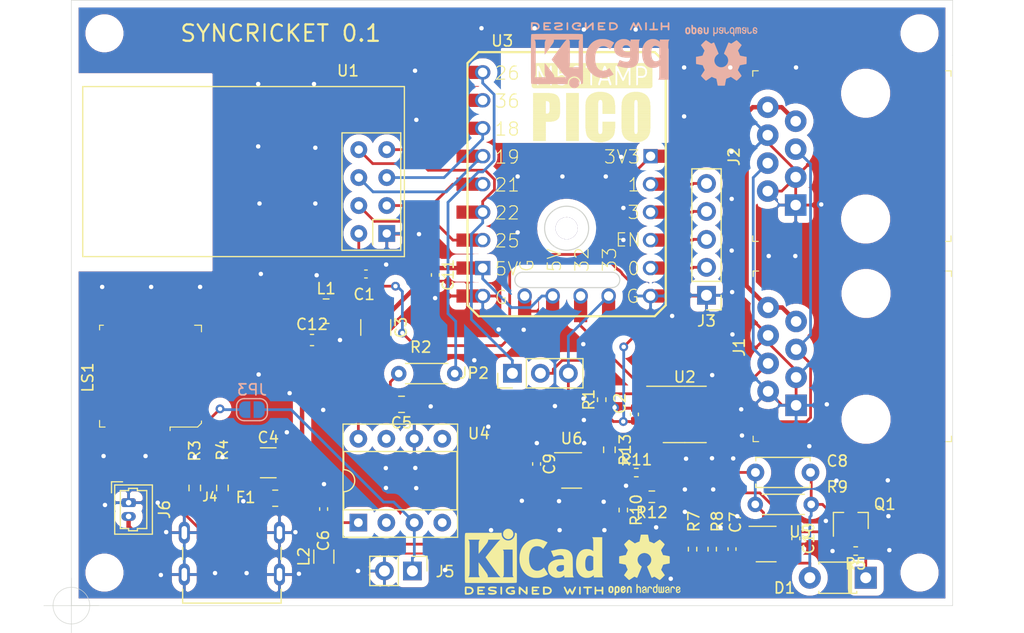
<source format=kicad_pcb>
(kicad_pcb (version 20220818) (generator pcbnew)
  (layers (0 "F.Cu" signal) (31 "B.Cu" signal) (34 "B.Paste" user) (35 "F.Paste" user) (36 "B.SilkS" user "B.Silkscreen") (37 "F.SilkS" user "F.Silkscreen") (38 "B.Mask" user) (39 "F.Mask" user) (44 "Edge.Cuts" user))
  (net 0 "")
  (net 1 "+3V3")
  (net 2 "GND")
  (net 3 "+5V")
  (net 4 "Net-(C5-Pad2)")
  (net 5 "Net-(J1-Pad4)")
  (net 6 "Net-(J1-Pad5)")
  (net 7 "Net-(J3-Pad2)")
  (net 8 "Net-(J3-Pad3)")
  (net 9 "Net-(J3-Pad4)")
  (net 10 "Net-(J3-Pad5)")
  (net 11 "Net-(J4-PadB5)")
  (net 12 "Net-(J4-PadA5)")
  (net 13 "Net-(R2-Pad1)")
  (net 14 "AUXSYN")
  (net 15 "Net-(U1-Pad3)")
  (net 16 "Net-(U1-Pad4)")
  (net 17 "Net-(U1-Pad5)")
  (net 18 "Net-(U1-Pad6)")
  (net 19 "Net-(U1-Pad7)")
  (net 20 "Net-(U2-Pad4)")
  (net 21 "Net-(U4-Pad5)")
  (net 22 "Net-(U4-Pad2)")
  (net 23 "Net-(J5-Pad1)")
  (net 24 "Net-(U4-Pad7)")
  (net 25 "Net-(U4-Pad4)")
  (net 26 "Net-(C4-Pad1)")
  (net 27 "Net-(C7-Pad2)")
  (net 28 "Net-(C8-Pad2)")
  (net 29 "Net-(C8-Pad1)")
  (net 30 "Net-(D1-Pad1)")
  (net 31 "Net-(JP2-Pad2)")
  (net 32 "Net-(JP2-Pad1)")
  (net 33 "Net-(J1-Pad7)")
  (net 34 "Net-(JP3-Pad2)")
  (net 35 "Net-(R10-Pad1)")
  (net 36 "Net-(R11-Pad1)")
  (net 37 "Net-(C11-Pad1)")
  (net 38 "Net-(C6-Pad2)")
  (footprint "Capacitor_SMD:C_0402_1005Metric_Pad0.74x0.62mm_HandSolder" (layer "F.Cu") (at 146.742 -55.13)
    (fp_text reference "C1")
    (fp_text value "0.1u")
  )
  (footprint "Capacitor_SMD:C_0402_1005Metric_Pad0.74x0.62mm_HandSolder" (layer "F.Cu") (at 171.11242 -42.37106 -90)
    (fp_text reference "C2")
    (fp_text value "0.1u")
  )
  (footprint "Capacitor_SMD:C_0805_2012Metric_Pad1.18x1.45mm_HandSolder" (layer "F.Cu") (at 149.972 -43.288 180)
    (fp_text reference "C5")
    (fp_text value "103")
  )
  (footprint "Capacitor_SMD:C_0402_1005Metric_Pad0.74x0.62mm_HandSolder" (layer "F.Cu") (at 142.898 -33.7757 -90)
    (fp_text reference "C6")
    (fp_text value "2.2u")
  )
  (footprint "digikey-footprints:Ethernet_Jack_54602-908LF" (layer "F.Cu") (at 185.793 -43.199 90)
    (fp_text reference "J1")
    (fp_text value "54602-908LF")
  )
  (footprint "digikey-footprints:Ethernet_Jack_54602-908LF" (layer "F.Cu") (at 185.756 -61.3931 90)
    (fp_text reference "J2")
    (fp_text value "54602-908LF")
  )
  (footprint "Connector_PinHeader_2.54mm:PinHeader_1x05_P2.54mm_Vertical" (layer "F.Cu") (at 177.659 -53.195 180)
    (fp_text reference "J3")
    (fp_text value "Conn_01x05")
  )
  (footprint "usbcpow:CUI_UJC-HP-3-SMT-TR" (layer "F.Cu") (at 134.57 -31.6285)
    (fp_text reference "J4")
    (fp_text value "UJC-HP-3-SMT-TR")
  )
  (footprint "Resistor_THT:R_Axial_DIN0204_L3.6mm_D1.6mm_P5.08mm_Horizontal" (layer "F.Cu") (at 154.798 -46.082 180)
    (fp_text reference "R2")
    (fp_text value "330")
  )
  (footprint "Resistor_SMD:R_0603_1608Metric_Pad0.98x0.95mm_HandSolder" (layer "F.Cu") (at 131.201 -35.6895 -90)
    (fp_text reference "R3")
    (fp_text value "5.1k")
  )
  (footprint "Resistor_SMD:R_0603_1608Metric_Pad0.98x0.95mm_HandSolder" (layer "F.Cu") (at 133.711 -35.6895 -90)
    (fp_text reference "R4")
    (fp_text value "5.1k")
  )
  (footprint "RF_Module:nRF24L01_Breakout" (layer "F.Cu") (at 148.63 -58.81 180)
    (fp_text reference "U1")
    (fp_text value "NRF24L01_Breakout")
  )
  (footprint "m5stamp:StampPico_template" (layer "F.Cu") (at 164.959 -59.291)
    (fp_text reference "U3")
    (fp_text value "Stamp_Pico" hide)
    (fp_line (start -4.0005 4.0005) (end 4.1275 4.0005) (stroke (width 0.1)) (layer "Edge.Cuts"))
    (fp_line (start 4.1275 5.3975) (end -4.0005 5.3975) (stroke (width 0.1)) (layer "Edge.Cuts"))
    (fp_arc (start -4.0005 5.3975) (mid -4.699 4.699) (end -4.0005 4.0005) (stroke (width 0.1)) (layer "Edge.Cuts"))
    (fp_arc (start 2.00018 0.00026) (mid -1.99982 0.00026) (end 2.00018 0.00026) (stroke (width 0.1)) (layer "Edge.Cuts"))
    (fp_arc (start 4.1275 4.0005) (mid 4.826 4.699) (end 4.1275 5.3975) (stroke (width 0.1)) (layer "Edge.Cuts"))
  )
  (footprint "Package_DIP:DIP-8_W7.62mm_Socket" (layer "F.Cu") (at 146.051 -32.5418 90)
    (fp_text reference "U4")
    (fp_text value "LT1010")
  )
  (footprint "Capacitor_SMD:C_1210_3225Metric_Pad1.33x2.70mm_HandSolder" (layer "F.Cu") (at 137.872 -37.9785)
    (fp_text reference "C4")
    (fp_text value "100u")
  )
  (footprint "Connector_PinHeader_2.54mm:PinHeader_1x02_P2.54mm_Vertical" (layer "F.Cu") (at 150.956 -28.1515 -90)
    (fp_text reference "J5")
    (fp_text value "Conn_01x02")
  )
  (footprint "Capacitor_SMD:C_0402_1005Metric_Pad0.74x0.62mm_HandSolder" (layer "F.Cu") (at 179.974 -30.1371 -90)
    (fp_text reference "C7")
    (fp_text value "1u")
  )
  (footprint "Capacitor_THT:C_Disc_D4.7mm_W2.5mm_P5.00mm" (layer "F.Cu") (at 182.1 -37.1018)
    (fp_text reference "C8")
    (fp_text value "1pF")
  )
  (footprint "Diode_THT:D_T-1_P5.08mm_Horizontal" (layer "F.Cu") (at 192.116 -27.5349 180)
    (fp_text reference "D1")
    (fp_text value "S6775-01")
  )
  (footprint "Resistor_SMD:R_0805_2012Metric_Pad1.20x1.40mm_HandSolder" (layer "F.Cu") (at 138.505 -34.758 180)
    (fp_text reference "F1")
    (fp_text value "Polyfuse_Small")
  )
  (footprint "Connector_PinHeader_2.54mm:PinHeader_1x03_P2.54mm_Vertical" (layer "F.Cu") (at 160.035 -46.1087 90)
    (fp_text reference "JP2")
    (fp_text value "Jumper_3_Bridged12_modified")
  )
  (footprint "Package_TO_SOT_SMD:SOT-23" (layer "F.Cu") (at 190.759 -32.7038 90)
    (fp_text reference "Q1")
    (fp_text value "CPH3910")
  )
  (footprint "Resistor_SMD:R_0402_1005Metric_Pad0.72x0.64mm_HandSolder" (layer "F.Cu") (at 191.203 -29.9606 180)
    (fp_text reference "R5")
    (fp_text value "4.99k")
  )
  (footprint "Resistor_SMD:R_0402_1005Metric_Pad0.72x0.64mm_HandSolder" (layer "F.Cu") (at 176.393 -30.1295 90)
    (fp_text reference "R7")
    (fp_text value "5k")
  )
  (footprint "Resistor_SMD:R_0402_1005Metric_Pad0.72x0.64mm_HandSolder" (layer "F.Cu") (at 178.176 -30.1295 -90)
    (fp_text reference "R8")
    (fp_text value "5k")
  )
  (footprint "Resistor_THT:R_Axial_DIN0204_L3.6mm_D1.6mm_P5.08mm_Horizontal" (layer "F.Cu") (at 182.084 -34.1965)
    (fp_text reference "R9")
    (fp_text value "1M")
  )
  (footprint "Package_TO_SOT_SMD:SOT-23-5" (layer "F.Cu") (at 183.073 -30.5943)
    (fp_text reference "U5")
    (fp_text value "NJU77701")
  )
  (footprint "Symbol:KiCad-Logo2_5mm_SilkScreen" (layer "F.Cu") (at 162 -29)
    (fp_text reference "REF001" hide)
    (fp_text value "KiCad-Logo2_5mm_SilkScreen" hide)
  )
  (footprint "Symbol:OSHW-Logo2_7.3x6mm_SilkScreen" (layer "F.Cu") (at 172.02174 -28.69316)
    (fp_text reference "REF002" hide)
    (fp_text value "OSHW-Logo2_7.3x6mm_SilkScreen" hide)
  )
  (footprint "Capacitor_SMD:C_0402_1005Metric_Pad0.74x0.62mm_HandSolder" (layer "F.Cu") (at 185.76568 -31.10616 -90)
    (fp_text reference "C10")
    (fp_text value "0.1u")
  )
  (footprint "MountingHole:MountingHole_2.2mm_M2" (layer "F.Cu") (at 197 -77)
    (fp_text reference "REF**" hide)
    (fp_text value "MountingHole_2.2mm_M2")
  )
  (footprint "MountingHole:MountingHole_2.2mm_M2" (layer "F.Cu") (at 197 -28)
    (fp_text reference "REF**" hide)
    (fp_text value "MountingHole_2.2mm_M2")
  )
  (footprint "MountingHole:MountingHole_2.2mm_M2" (layer "F.Cu") (at 123 -28)
    (fp_text reference "REF**" hide)
    (fp_text value "MountingHole_2.2mm_M2")
  )
  (footprint "MountingHole:MountingHole_2.2mm_M2" (layer "F.Cu") (at 123 -77)
    (fp_text reference "REF**" hide)
    (fp_text value "MountingHole_2.2mm_M2")
  )
  (footprint "digikey-footprints:Piezo_9x9mm_PKMCS0909E4000-R1" (layer "F.Cu") (at 127.18312 -45.85086 90)
    (fp_text reference "LS1")
    (fp_text value "Speaker_Ultrasound")
  )
  (footprint "Resistor_SMD:R_0402_1005Metric_Pad0.72x0.64mm_HandSolder" (layer "F.Cu") (at 168.1457 -43.70964 90)
    (fp_text reference "R1")
    (fp_text value "4.99k")
  )
  (footprint "Package_SO:SOIC-8_3.9x4.9mm_P1.27mm" (layer "F.Cu") (at 175.68188 -42.37106)
    (fp_text reference "U2")
    (fp_text value "MAX3051")
  )
  (footprint "Capacitor_SMD:C_0402_1005Metric_Pad0.74x0.62mm_HandSolder" (layer "F.Cu") (at 162.23512 -37.87018 -90)
    (fp_text reference "C9")
    (fp_text value "0.1u")
  )
  (footprint "Resistor_SMD:R_0402_1005Metric_Pad0.72x0.64mm_HandSolder" (layer "F.Cu") (at 170.10404 -33.68426 -90)
    (fp_text reference "R10")
    (fp_text value "10k")
  )
  (footprint "Resistor_SMD:R_0402_1005Metric_Pad0.72x0.64mm_HandSolder" (layer "F.Cu") (at 171.28514 -37.08532)
    (fp_text reference "R11")
    (fp_text value "4.99k")
  )
  (footprint "Resistor_SMD:R_0603_1608Metric_Pad0.98x0.95mm_HandSolder" (layer "F.Cu") (at 172.69484 -34.89076 180)
    (fp_text reference "R12")
    (fp_text value "1k")
  )
  (footprint "Resistor_SMD:R_0603_1608Metric_Pad0.98x0.95mm_HandSolder" (layer "F.Cu") (at 168.84166 -39.1605 -90)
    (fp_text reference "R13")
    (fp_text value "47k")
  )
  (footprint "Package_TO_SOT_SMD:SOT-23-5" (layer "F.Cu") (at 165.4152 -37.28344)
    (fp_text reference "U6")
    (fp_text value "MCP6566R")
  )
  (footprint "Capacitor_SMD:C_1210_3225Metric_Pad1.33x2.70mm_HandSolder" (layer "F.Cu") (at 147.63012 -50.27046 -90)
    (fp_text reference "C3")
    (fp_text value "220u")
  )
  (footprint "Capacitor_SMD:C_0402_1005Metric_Pad0.74x0.62mm_HandSolder" (layer "F.Cu") (at 153.0454 -55.04312 -90)
    (fp_text reference "C11")
    (fp_text value "0.1u")
  )
  (footprint "Inductor_SMD:L_1008_2520Metric_Pad1.43x2.20mm_HandSolder" (layer "F.Cu") (at 143.1267 -51.75128)
    (fp_text reference "L1")
    (fp_text value "1.5uH")
  )
  (footprint "Inductor_SMD:L_1206_3216Metric_Pad1.42x1.75mm_HandSolder" (layer "F.Cu") (at 142.91842 -29.45102 90)
    (fp_text reference "L2")
    (fp_text value "27uH")
  )
  (footprint "Connector_Molex:Molex_PicoBlade_53047-0210_1x02_P1.25mm_Vertical" (layer "F.Cu") (at 125.19176 -34.35228 -90)
    (fp_text reference "J6")
    (fp_text value "Conn_01x02")
  )
  (footprint "Capacitor_SMD:C_0603_1608Metric_Pad1.08x0.95mm_HandSolder" (layer "F.Cu") (at 141.844 -49.13)
    (fp_text reference "C12")
    (fp_text value "22u")
  )
  (footprint "Symbol:KiCad-Logo2_5mm_SilkScreen" (layer "B.Cu") (at 168 -75)
    (fp_text reference "REF003" hide)
    (fp_text value "KiCad-Logo2_5mm_SilkScreen" hide)
  )
  (footprint "Symbol:OSHW-Logo2_7.3x6mm_SilkScreen" (layer "B.Cu") (at 179 -75)
    (fp_text reference "REF004" hide)
    (fp_text value "OSHW-Logo2_7.3x6mm_SilkScreen" hide)
  )
  (footprint "Jumper:SolderJumper-2_P1.3mm_Open_RoundedPad1.0x1.5mm" (layer "B.Cu") (at 136.39292 -42.8054 180)
    (fp_text reference "JP3")
    (fp_text value "SolderJumper_2_Open")
  )
  (gr_line (start 120 -80) (end 120 -25) (stroke (width 0.05)) (layer "Edge.Cuts"))
  (gr_line (start 200 -25) (end 200 -75) (stroke (width 0.05)) (layer "Edge.Cuts"))
  (gr_line (start 120 -25) (end 200 -25) (stroke (width 0.05)) (layer "Edge.Cuts"))
  (gr_line (start 200 -75) (end 200 -80) (stroke (width 0.05)) (layer "Edge.Cuts"))
  (gr_line (start 200 -80) (end 120 -80) (stroke (width 0.05)) (layer "Edge.Cuts"))
  (gr_text "SYNCRICKET 0.1" (at 139 -77) (layer "F.SilkS") (effects (font (size 1.5 1.5) (thickness 0.2))))
  (target plus (at 120 -25) (size 5) (width 0.05) (layer "Edge.Cuts"))
  (segment (start 169.700747 -55.479045) (end 169.716935 -55.479045) (width 0.25) (layer "F.Cu") (net 1))
  (segment (start 170.6917 -41.7088) (end 170.675 -41.7255) (width 0.25) (layer "F.Cu") (net 1))
  (segment (start 159.790294 -49.347246) (end 159.065337 -48.622289) (width 0.25) (layer "F.Cu") (net 1))
  (segment (start 169.648885 -55.523677) (end 169.700747 -55.479045) (width 0.25) (layer "F.Cu") (net 1))
  (segment (start 160.146 -56.9058) (end 159.924 -56.6838) (width 0.25) (layer "F.Cu") (net 1))
  (segment (start 151.195991 -48.622289) (end 150.0482 -49.77008) (width 0.25) (layer "F.Cu") (net 1))
  (segment (start 170.9651 -52.1526) (end 170.9651 -49.3332) (width 0.25) (layer "F.Cu") (net 1))
  (segment (start 169.781458 -55.429454) (end 169.87379 -55.322163) (width 0.25) (layer "F.Cu") (net 1))
  (segment (start 146.09 -58.81) (end 146.09 -58.3221) (width 0.25) (layer "F.Cu") (net 1))
  (segment (start 159.065337 -48.622289) (end 151.314247 -48.622289) (width 0.25) (layer "F.Cu") (net 1))
  (segment (start 159.924 -56.6838) (end 159.871911 -56.631711) (width 0.25) (layer "F.Cu") (net 1))
  (segment (start 169.898514 -55.31652) (end 170.028411 -55.10979) (width 0.25) (layer "F.Cu") (net 1))
  (segment (start 168.2324 -56.9058) (end 160.146 -56.9058) (width 0.25) (layer "F.Cu") (net 1))
  (segment (start 170.9651 -49.3332) (end 170.14214 -48.51024) (width 0.25) (layer "F.Cu") (net 1))
  (segment (start 168.1457 -42.78762) (end 169.20782 -41.7255) (width 0.25) (layer "F.Cu") (net 1))
  (segment (start 170.9789 -41.7088) (end 170.6917 -41.7088) (width 0.25) (layer "F.Cu") (net 1))
  (segment (start 169.87379 -55.322163) (end 169.898514 -55.31652) (width 0.25) (layer "F.Cu") (net 1))
  (segment (start 168.1457 -43.11214) (end 168.1457 -42.78762) (width 0.25) (layer "F.Cu") (net 1))
  (segment (start 170.1019 -41.7255) (end 170.675 -41.7255) (width 0.25) (layer "F.Cu") (net 1))
  (segment (start 169.63274 -55.522467) (end 169.648885 -55.523677) (width 0.25) (layer "F.Cu") (net 1))
  (segment (start 159.790294 -56.550094) (end 159.790294 -49.347246) (width 0.25) (layer "F.Cu") (net 1))
  (segment (start 169.575439 -55.56276) (end 169.577686 -55.563099) (width 0.25) (layer "F.Cu") (net 1))
  (segment (start 170.9651 -54.173101) (end 170.9651 -52.1526) (width 0.25) (layer "F.Cu") (net 1))
  (segment (start 172.5792 -65.8307) (end 172.5792 -65.81138) (width 0.25) (layer "F.Cu") (net 1))
  (segment (start 173.9592 -65.8307) (end 172.5792 -65.8307) (width 0.25) (layer "F.Cu") (net 1))
  (segment (start 169.765316 -55.430664) (end 169.781458 -55.429454) (width 0.25) (layer "F.Cu") (net 1))
  (segment (start 173.219 -41.7088) (end 170.9789 -41.7088) (width 0.25) (layer "F.Cu") (net 1))
  (segment (start 151.314247 -48.622289) (end 151.195991 -48.622289) (width 0.25) (layer "F.Cu") (net 1))
  (segment (start 149.421156 -54.02458) (end 146.96992 -54.02458) (width 0.25) (layer "F.Cu") (net 1))
  (segment (start 172.5792 -65.81138) (end 168.2324 -61.46458) (width 0.25) (layer "F.Cu") (net 1))
  (segment (start 168.2324 -56.9058) (end 169.575439 -55.56276) (width 0.25) (layer "F.Cu") (net 1))
  (segment (start 146.96992 -54.02458) (end 146.1745 -54.82) (width 0.25) (layer "F.Cu") (net 1))
  (segment (start 159.924 -56.6838) (end 159.790294 -56.550094) (width 0.25) (layer "F.Cu") (net 1))
  (segment (start 146.09 -55.2145) (end 146.1745 -55.13) (width 0.25) (layer "F.Cu") (net 1))
  (segment (start 168.2324 -61.46458) (end 168.2324 -56.9058) (width 0.25) (layer "F.Cu") (net 1))
  (segment (start 146.09 -58.81) (end 146.09 -55.2145) (width 0.25) (layer "F.Cu") (net 1))
  (segment (start 146.1745 -54.82) (end 146.1745 -55.13) (width 0.25) (layer "F.Cu") (net 1))
  (segment (start 169.716935 -55.479045) (end 169.765316 -55.430664) (width 0.25) (layer "F.Cu") (net 1))
  (segment (start 169.20782 -41.7255) (end 170.1019 -41.7255) (width 0.25) (layer "F.Cu") (net 1))
  (segment (start 170.028411 -55.10979) (end 170.9651 -54.173101) (width 0.25) (layer "F.Cu") (net 1))
  (segment (start 169.577686 -55.563099) (end 169.63274 -55.522467) (width 0.25) (layer "F.Cu") (net 1))
  (via (at 170.14214 -48.51024) (size 0.8) (drill 0.4) (layers "F.Cu" "B.Cu") (net 1))
  (via (at 150.0482 -49.77008) (size 0.8) (drill 0.4) (layers "F.Cu" "B.Cu") (net 1))
  (via (at 170.1019 -41.7255) (size 0.8) (drill 0.4) (layers "F.Cu" "B.Cu") (net 1))
  (via (at 149.421156 -54.02458) (size 0.8) (drill 0.4) (layers "F.Cu" "B.Cu") (net 1))
  (segment (start 170.14214 -41.76574) (end 170.1019 -41.7255) (width 0.25) (layer "B.Cu") (net 1))
  (segment (start 150.0482 -53.53944) (end 149.56306 -54.02458) (width 0.25) (layer "B.Cu") (net 1))
  (segment (start 149.56306 -54.02458) (end 149.421156 -54.02458) (width 0.25) (layer "B.Cu") (net 1))
  (segment (start 170.14214 -48.51024) (end 170.14214 -41.76574) (width 0.25) (layer "B.Cu") (net 1))
  (segment (start 150.0482 -49.77008) (end 150.0482 -53.53944) (width 0.25) (layer "B.Cu") (net 1))
  (segment (start 185.93962 -30.5943) (end 181.973 -30.5943) (width 0.25) (layer "F.Cu") (net 2))
  (segment (start 146.0242 -28.1515) (end 148.416 -28.1515) (width 0.25) (layer "F.Cu") (net 2))
  (segment (start 133.711 -38.49002) (end 133.711 -40.46868) (width 0.25) (layer "F.Cu") (net 2))
  (segment (start 148.55722 -35.69594) (end 151.131 -38.26972) (width 0.25) (layer "F.Cu") (net 2))
  (segment (start 189.09814 -29.9606) (end 188.15838 -29.9606) (width 0.25) (layer "F.Cu") (net 2))
  (segment (start 178.3814 -45.94688) (end 178.3814 -47.47696) (width 0.25) (layer "F.Cu") (net 2))
  (segment (start 178.15688 -38.38938) (end 178.15688 -40.46606) (width 0.25) (layer "F.Cu") (net 2))
  (segment (start 127.83844 -34.35228) (end 129.72566 -36.2395) (width 0.25) (layer "F.Cu") (net 2))
  (segment (start 153.26003 -53.18003) (end 153.30932 -53.13074) (width 0.25) (layer "F.Cu") (net 2))
  (segment (start 128.16504 -27.8285) (end 128.12038 -27.78384) (width 0.25) (layer "F.Cu") (net 2))
  (segment (start 138.89 -31.6285) (end 137.325 -31.6285) (width 0.25) (layer "F.Cu") (net 2))
  (segment (start 148.68848 -58.75152) (end 148.63 -58.81) (width 0.25) (layer "F.Cu") (net 2))
  (segment (start 138.90268 -40.87754) (end 138.90268 -44.09732) (width 0.25) (layer "F.Cu") (net 2))
  (segment (start 161.48582 -48.75662) (end 161.06164 -49.1808) (width 0.25) (layer "F.Cu") (net 2))
  (segment (start 178.176 -31.87308) (end 178.18378 -31.88086) (width 0.25) (layer "F.Cu") (net 2))
  (segment (start 128.65722 -31.6285) (end 128.60552 -31.6802) (width 0.25) (layer "F.Cu") (net 2))
  (segment (start 177.59474 -53.13074) (end 177.659 -53.195) (width 0.25) (layer "F.Cu") (net 2))
  (segment (start 178.169 -40.4388) (end 178.1356 -40.4054) (width 0.25) (layer "F.Cu") (net 2))
  (segment (start 137.325 -31.6285) (end 137.32 -31.6335) (width 0.25) (layer "F.Cu") (net 2))
  (segment (start 130.255 -31.6335) (end 130.25 -31.6285) (width 0.25) (layer "F.Cu") (net 2))
  (segment (start 178.1984 -30.7046) (end 178.176 -30.727) (width 0.25) (layer "F.Cu") (net 2))
  (segment (start 148.63 -56.4505) (end 147.3095 -55.13) (width 0.25) (layer "F.Cu") (net 2))
  (segment (start 138.90268 -40.87754) (end 139.4345 -40.34572) (width 0.25) (layer "F.Cu") (net 2))
  (segment (start 162.23512 -39.74978) (end 162.2529 -39.76756) (width 0.25) (layer "F.Cu") (net 2))
  (segment (start 138.89 -27.8285) (end 138.89 -31.6285) (width 0.25) (layer "F.Cu") (net 2))
  (segment (start 153.0454 -54.12324) (end 147.63012 -48.70796) (width 0.25) (layer "F.Cu") (net 2))
  (segment (start 131.82 -31.78296) (end 129.72566 -33.8773) (width 0.25) (layer "F.Cu") (net 2))
  (segment (start 139.60532 -44.09732) (end 139.812 -44.304) (width 0.25) (layer "F.Cu") (net 2))
  (segment (start 181.973 -30.5943) (end 180.0843 -30.5943) (width 0.25) (layer "F.Cu") (net 2))
  (segment (start 178.3814 -45.4339) (end 178.3814 -45.94688) (width 0.25) (layer "F.Cu") (net 2))
  (segment (start 147.63012 -48.70796) (end 145.36404 -48.70796) (width 0.25) (layer "F.Cu") (net 2))
  (segment (start 185.793 -45.739) (end 185.793 -46.347598) (width 0.25) (layer "F.Cu") (net 2))
  (segment (start 161.14824 -51.75168) (end 161.14918 -51.75074) (width 0.25) (layer "F.Cu") (net 2))
  (segment (start 172.57918 -53.13074) (end 173.95918 -53.13074) (width 0.25) (layer "F.Cu") (net 2))
  (segment (start 178.176 -30.727) (end 178.176 -31.87308) (width 0.25) (layer "F.Cu") (net 2))
  (segment (start 179.974 -30.7046) (end 178.1984 -30.7046) (width 0.25) (layer "F.Cu") (net 2))
  (segment (start 139.4345 -40.1095) (end 139.4345 -37.9785) (width 0.25) (layer "F.Cu") (net 2))
  (segment (start 152.61868 -43.10004) (end 151.131 -41.61236) (width 0.25) (layer "F.Cu") (net 2))
  (segment (start 175.0291 -34.89076) (end 175.69458 -35.55624) (width 0.25) (layer "F.Cu") (net 2))
  (segment (start 127.18312 -50.20086) (end 132.79914 -50.20086) (width 0.25) (layer "F.Cu") (net 2))
  (segment (start 173.13938 -42.93856) (end 173.20688 -43.00606) (width 0.25) (layer "F.Cu") (net 2))
  (segment (start 129.72566 -36.2395) (end 130.08816 -36.602) (width 0.25) (layer "F.Cu") (net 2))
  (segment (start 178.169 -44.2488) (end 178.3814 -44.4612) (width 0.25) (layer "F.Cu") (net 2))
  (segment (start 177.659 -53.195) (end 179.607 -53.195) (width 0.25) (layer "F.Cu") (net 2))
  (segment (start 178.3814 -44.4612) (end 178.3814 -45.4339) (width 0.25) (layer "F.Cu") (net 2))
  (segment (start 185.756 -63.9331) (end 185.756 -64.541698) (width 0.25) (layer "F.Cu") (net 2))
  (segment (start 132.79914 -50.20086) (end 137 -46) (width 0.25) (layer "F.Cu") (net 2))
  (segment (start 130.25 -27.8285) (end 128.16504 -27.8285) (width 0.25) (layer "F.Cu") (net 2))
  (segment (start 145.36404 -48.70796) (end 144.80604 -48.70796) (width 0.25) (layer "F.Cu") (net 2))
  (segment (start 138.90268 -40.87754) (end 138.90268 -41.0274) (width 0.25) (layer "F.Cu") (net 2))
  (segment (start 140.65782 -26.96342) (end 141.12264 -26.4986) (width 0.25) (layer "F.Cu") (net 2))
  (segment (start 139.4345 -40.6245) (end 139.558 -40.748) (width 0.25) (layer "F.Cu") (net 2))
  (segment (start 174.53888 -51.31948) (end 174.53888 -52.55104) (width 0.25) (layer "F.Cu") (net 2))
  (segment (start 151.131 -41.61236) (end 151.131 -40.1618) (width 0.25) (layer "F.Cu") (net 2))
  (segment (start 152.43072 -43.288) (end 152.61868 -43.10004) (width 0.25) (layer "F.Cu") (net 2))
  (segment (start 141.12264 -26.4986) (end 144.3713 -26.4986) (width 0.25) (layer "F.Cu") (net 2))
  (segment (start 138.90268 -44.09732) (end 139.60532 -44.09732) (width 0.25) (layer "F.Cu") (net 2))
  (segment (start 174.53888 -52.55104) (end 173.95918 -53.13074) (width 0.25) (layer "F.Cu") (net 2))
  (segment (start 144.80604 -48.70796) (end 144.384 -49.13) (width 0.25) (layer "F.Cu") (net 2))
  (segment (start 144.3713 -26.4986) (end 146.0242 -28.1515) (width 0.25) (layer "F.Cu") (net 2))
  (segment (start 151.0095 -43.288) (end 152.43072 -43.288) (width 0.25) (layer "F.Cu") (net 2))
  (segment (start 153.0454 -53.39466) (end 153.26003 -53.18003) (width 0.25) (layer "F.Cu") (net 2))
  (segment (start 183.253 -48.887598) (end 183.253 -49.549) (width 0.25) (layer "F.Cu") (net 2))
  (segment (start 155.95918 -50.36658) (end 156.23564 -50.09012) (width 0.25) (layer "F.Cu") (net 2))
  (segment (start 138.89 -31.6285) (end 140.29116 -31.6285) (width 0.25) (layer "F.Cu") (net 2))
  (segment (start 171.11242 -42.93856) (end 173.13938 -42.93856) (width 0.25) (layer "F.Cu") (net 2))
  (segment (start 169.37398 -42.93856) (end 169.3141 -42.99844) (width 0.25) (layer "F.Cu") (net 2))
  (segment (start 183.216 -67.081698) (end 183.216 -67.7431) (width 0.25) (layer "F.Cu") (net 2))
  (segment (start 166.5152 -38.23344) (end 166.5152 -39.72456) (width 0.25) (layer "F.Cu") (net 2))
  (segment (start 153.0454 -54.47562) (end 153.0454 -53.39466) (width 0.25) (layer "F.Cu") (net 2))
  (segment (start 161.06164 -51.6632) (end 161.14918 -51.75074) (width 0.25) (layer "F.Cu") (net 2))
  (segment (start 185.756 -64.594502) (end 185.756 -63.9331) (width 0.25) (layer "F.Cu") (net 2))
  (segment (start 178.3814 -45.94688) (end 178.3814 -45.94688) (width 0.25) (layer "F.Cu") (net 2))
  (segment (start 153.0454 -54.47562) (end 153.0454 -54.12324) (width 0.25) (layer "F.Cu") (net 2))
  (segment (start 147.20448 -34.3432) (end 148.55722 -35.69594) (width 0.25) (layer "F.Cu") (net 2))
  (segment (start 178.15688 -38.38938) (end 178.15688 -38.38938) (width 0.25) (layer "F.Cu") (net 2))
  (segment (start 176.98634 -38.30706) (end 178.07456 -38.30706) (width 0.25) (layer "F.Cu") (net 2))
  (segment (start 142.898 -34.3432) (end 142.898 -34.515) (width 0.25) (layer "F.Cu") (net 2))
  (segment (start 166.47184 -48.75662) (end 161.48582 -48.75662) (width 0.25) (layer "F.Cu") (net 2))
  (segment (start 176.98634 -38.30706) (end 176.9965 -38.2969) (width 0.25) (layer "F.Cu") (net 2))
  (segment (start 157.33918 -53.13074) (end 155.95918 -53.13074) (width 0.25) (layer "F.Cu") (net 2))
  (segment (start 188.15838 -29.9606) (end 187.52468 -30.5943) (width 0.25) (layer "F.Cu") (net 2))
  (segment (start 161.06164 -50.06218) (end 161.06164 -51.6632) (width 0.25) (layer "F.Cu") (net 2))
  (segment (start 139.4345 -40.34572) (end 139.4345 -40.1095) (width 0.25) (layer "F.Cu") (net 2))
  (segment (start 178.1356 -40.4054) (end 178.1315 -40.4054) (width 0.25) (layer "F.Cu") (net 2))
  (segment (start 131.201 -36.602) (end 133.711 -36.602) (width 0.25) (layer "F.Cu") (net 2))
  (segment (start 130.25 -31.6285) (end 128.65722 -31.6285) (width 0.25) (layer "F.Cu") (net 2))
  (segment (start 153.30932 -53.13074) (end 155.95918 -53.13074) (width 0.25) (layer "F.Cu") (net 2))
  (segment (start 151.55696 -58.75152) (end 148.68848 -58.75152) (width 0.25) (layer "F.Cu") (net 2))
  (segment (start 187.52468 -30.5943) (end 185.93962 -30.5943) (width 0.25) (layer "F.Cu") (net 2))
  (segment (start 173.95918 -53.13074) (end 177.59474 -53.13074) (width 0.25) (layer "F.Cu") (net 2))
  (segment (start 142.84866 -34.29386) (end 142.898 -34.3432) (width 0.25) (layer "F.Cu") (net 2))
  (segment (start 155.95918 -50.9338) (end 155.95918 -50.36658) (width 0.25) (layer "F.Cu") (net 2))
  (segment (start 133.711 -40.46868) (end 134.11986 -40.87754) (width 0.25) (layer "F.Cu") (net 2))
  (segment (start 138.90268 -44.09732) (end 137 -46) (width 0.25) (layer "F.Cu") (net 2))
  (segment (start 142.898 -34.3432) (end 147.20448 -34.3432) (width 0.25) (layer "F.Cu") (net 2))
  (segment (start 131.82 -31.6335) (end 131.82 -31.78296) (width 0.25) (layer "F.Cu") (net 2))
  (segment (start 127.83844 -34.35228) (end 127.83844 -34.35228) (width 0.25) (layer "F.Cu") (net 2))
  (segment (start 140.59326 -27.8285) (end 140.65782 -27.89306) (width 0.25) (layer "F.Cu") (net 2))
  (segment (start 173.60734 -34.89076) (end 175.0291 -34.89076) (width 0.25) (layer "F.Cu") (net 2))
  (segment (start 138.89 -27.8285) (end 140.59326 -27.8285) (width 0.25) (layer "F.Cu") (net 2))
  (segment (start 133.711 -36.602) (end 133.711 -38.49002) (width 0.25) (layer "F.Cu") (net 2))
  (segment (start 185.756 -63.9331) (end 185.756 -61.3931) (width 0.25) (layer "F.Cu") (net 2))
  (segment (start 161.14824 -53.13074) (end 161.14824 -51.75168) (width 0.25) (layer "F.Cu") (net 2))
  (segment (start 142.7065 -49.13) (end 144.384 -49.13) (width 0.25) (layer "F.Cu") (net 2))
  (segment (start 156.23564 -50.09012) (end 158.78834 -50.09012) (width 0.25) (layer "F.Cu") (net 2))
  (segment (start 140.29116 -31.6285) (end 140.33524 -31.67258) (width 0.25) (layer "F.Cu") (net 2))
  (segment (start 131.82 -31.6335) (end 130.255 -31.6335) (width 0.25) (layer "F.Cu") (net 2))
  (segment (start 174.46146 -27.3939) (end 174.41188 -27.44348) (width 0.25) (layer "F.Cu") (net 2))
  (segment (start 130.08816 -36.602) (end 131.201 -36.602) (width 0.25) (layer "F.Cu") (net 2))
  (segment (start 185.756 -63.9331) (end 184.486 -62.6631) (width 0.25) (layer "F.Cu") (net 2))
  (segment (start 161.06164 -49.1808) (end 161.06164 -50.06218) (width 0.25) (layer "F.Cu") (net 2))
  (segment (start 178.1315 -40.4054) (end 177.8 -40.4054) (width 0.25) (layer "F.Cu") (net 2))
  (segment (start 140.65782 -27.89306) (end 140.65782 -26.96342) (width 0.25) (layer "F.Cu") (net 2))
  (segment (start 185.793 -46.347598) (end 183.253 -48.887598) (width 0.25) (layer "F.Cu") (net 2))
  (segment (start 134.11986 -40.87754) (end 138.90268 -40.87754) (width 0.25) (layer "F.Cu") (net 2))
  (segment (start 190.6055 -29.9606) (end 189.09814 -29.9606) (width 0.25) (layer "F.Cu") (net 2))
  (segment (start 162.23512 -38.43768) (end 162.23512 -39.74978) (width 0.25) (layer "F.Cu") (net 2))
  (segment (start 178.3814 -47.47696) (end 174.53888 -51.31948) (width 0.25) (layer "F.Cu") (net 2))
  (segment (start 184.486 -62.6631) (end 183.216 -62.6631) (width 0.25) (layer "F.Cu") (net 2))
  (segment (start 178.3814 -45.94688) (end 178.42762 -45.9931) (width 0.25) (layer "F.Cu") (net 2))
  (segment (start 185.756 -64.541698) (end 183.216 -67.081698) (width 0.25) (layer "F.Cu") (net 2))
  (segment (start 139.4345 -40.1095) (end 139.4345 -40.6245) (width 0.25) (layer "F.Cu") (net 2))
  (segment (start 180.0843 -30.5943) (end 179.974 -30.7046) (width 0.25) (layer "F.Cu") (net 2))
  (segment (start 175.83428 -38.30706) (end 176.98634 -38.30706) (width 0.25) (layer "F.Cu") (net 2))
  (segment (start 178.07456 -38.30706) (end 178.15688 -38.38938) (width 0.25) (layer "F.Cu") (net 2))
  (segment (start 151.131 -38.26972) (end 151.131 -40.1618) (width 0.25) (layer "F.Cu") (net 2))
  (segment (start 183.216 -67.7431) (end 183.216 -67.134502) (width 0.25) (layer "F.Cu") (net 2))
  (segment (start 185.793 -43.199) (end 185.793 -45.739) (width 0.25) (layer "F.Cu") (net 2))
  (segment (start 125.19176 -34.35228) (end 127.83844 -34.35228) (width 0.25) (layer "F.Cu") (net 2))
  (segment (start 173.1007 -42.8605) (end 173.219 -42.9788) (width 0.25) (layer "F.Cu") (net 2))
  (segment (start 166.5152 -39.72456) (end 166.55312 -39.76248) (width 0.25) (layer "F.Cu") (net 2))
  (segment (start 184.523 -43.199) (end 183.253 -44.469) (width 0.25) (layer "F.Cu") (net 2))
  (segment (start 179.607 -53.195) (end 183.253 -49.549) (width 0.25) (layer "F.Cu") (net 2))
  (segment (start 155.95918 -53.13074) (end 155.95918 -50.9338) (width 0.25) (layer "F.Cu") (net 2))
  (segment (start 148.63 -58.81) (end 148.63 -56.4505) (width 0.25) (layer "F.Cu") (net 2))
  (segment (start 171.11242 -42.93856) (end 169.37398 -42.93856) (width 0.25) (layer "F.Cu") (net 2))
  (segment (start 129.72566 -33.8773) (end 129.72566 -36.2395) (width 0.25) (layer "F.Cu") (net 2))
  (segment (start 185.793 -43.199) (end 184.523 -43.199) (width 0.25) (layer "F.Cu") (net 2))
  (via (at 180.01258 -49.64054) (size 0.8) (drill 0.4) (layers "F.Cu" "B.Cu") (net 2))
  (via (at 139.812 -44.304) (size 0.8) (drill 0.4) (layers "F.Cu" "B.Cu") (net 2))
  (via (at 170.35296 -35.89152) (size 0.8) (drill 0.4) (layers "F.Cu" "B.Cu") (net 2))
  (via (at 168.387 -31.858) (size 0.8) (drill 0.4) (layers "F.Cu" "B.Cu") (net 2))
  (via (at 142.86 -42.78) (size 0.8) (drill 0.4) (layers "F.Cu" "B.Cu") (net 2))
  (via (at 164.323 -31.858) (size 0.8) (drill 0.4) (layers "F.Cu" "B.Cu") (net 2))
  (via (at 136.95704 -72.39386) (size 0.8) (drill 0.4) (layers "F.Cu" "B.Cu") (net 2))
  (via (at 179.92368 -66.24452) (size 0.8) (drill 0.4) (layers "F.Cu" "B.Cu") (net 2))
  (via (at 194.1172 -36.38428) (size 0.8) (drill 0.4) (layers "F.Cu" "B.Cu") (net 2))
  (via (at 151.55696 -58.75152) (size 0.8) (drill 0.4) (layers "F.Cu" "B.Cu") (net 2))
  (via (at 152.61868 -43.10004) (size 0.8) (drill 0.4) (layers "F.Cu" "B.Cu") (net 2))
  (via (at 189.4563 -36.35634) (size 0.8) (drill 0.4) (layers "F.Cu" "B.Cu") (net 2))
  (via (at 137.07642 -61.53282) (size 0.8) (drill 0.4) (layers "F.Cu" "B.Cu") (net 2))
  (via (at 122.794 -53.956) (size 0.8) (drill 0.4) (layers "F.Cu" "B.Cu") (net 2))
  (via (at 140.33524 -31.67258) (size 0.8) (drill 0.4) (layers "F.Cu" "B.Cu") (net 2))
  (via (at 173.086 -32.112) (size 0.8) (drill 0.4) (layers "F.Cu" "B.Cu") (net 2))
  (via (at 168.3235 -34.4361) (size 0.8) (drill 0.4) (layers "F.Cu" "B.Cu") (net 2))
  (via (at 133.04036 -27.95656) (size 0.8) (drill 0.4) (layers "F.Cu" "B.Cu") (net 2))
  (via (at 180.8076 -42.83588) (size 0.8) (drill 0.4) (layers "F.Cu" "B.Cu") (net 2))
  (via (at 151.3055 -35.67562) (size 0.8) (drill 0.4) (layers "F.Cu" "B.Cu") (net 2))
  (via (at 128.60552 -31.6802) (size 0.8) (drill 0.4) (layers "F.Cu" "B.Cu") (net 2))
  (via (at 142.14372 -61.53282) (size 0.8) (drill 0.4) (layers "F.Cu" "B.Cu") (net 2))
  (via (at 180.08116 -38.3731) (size 0.8) (drill 0.4) (layers "F.Cu" "B.Cu") (net 2))
  (via (at 131.684 -53.956) (size 0.8) (drill 0.4) (layers "F.Cu" "B.Cu") (net 2))
  (via (at 189.09814 -29.9606) (size 0.8) (drill 0.4) (layers "F.Cu" "B.Cu") (net 2))
  (via (at 178.15688 -38.38938) (size 0.8) (drill 0.4) (layers "F.Cu" "B.Cu") (net 2))
  (via (at 151.22168 -37.50696) (size 0.8) (drill 0.4) (layers "F.Cu" "B.Cu") (net 2))
  (via (at 153.9217 -28.23596) (size 0.8) (drill 0.4) (layers "F.Cu" "B.Cu") (net 2))
  (via (at 188.072 -61.449) (size 0.8) (drill 0.4) (layers "F.Cu" "B.Cu") (net 2))
  (via (at 186.98996 -39.48562) (size 0.8) (drill 0.4) (layers "F.Cu" "B.Cu") (net 2))
  (via (at 171.22672 -77.34178) (size 0.8) (drill 0.4) (layers "F.Cu" "B.Cu") (net 2))
  (via (at 151.19628 -73.60036) (size 0.8) (drill 0.4) (layers "F.Cu" "B.Cu") (net 2))
  (via (at 158.1 -31.858) (size 0.8) (drill 0.4) (layers "F.Cu" "B.Cu") (net 2))
  (via (at 122.921 -38.589) (size 0.8) (drill 0.4) (layers "F.Cu" "B.Cu") (net 2))
  (via (at 139.558 -40.748) (size 0.8) (drill 0.4) (layers "F.Cu" "B.Cu") (net 2))
  (via (at 194.17308 -33.128) (size 0.8) (drill 0.4) (layers "F.Cu" "B.Cu") (net 2))
  (via (at 180.452 -33.128) (size 0.8) (drill 0.4) (layers "F.Cu" "B.Cu") (net 2))
  (via (at 166.52518 -41.86306) (size 0.8) (drill 0.4) (layers "F.Cu" "B.Cu") (net 2))
  (via (at 153.02 -52.94) (size 0.8) (drill 0.4) (layers "F.Cu" "B.Cu") (net 2))
  (via (at 183.30696 -56.7627) (size 0.8) (drill 0.4) (layers "F.Cu" "B.Cu") (net 2))
  (via (at 175.80126 -38.3477) (size 0.8) (drill 0.4) (layers "F.Cu" "B.Cu") (net 2))
  (via (at 179.98464 -53.48864) (size 0.8) (drill 0.4) (layers "F.Cu" "B.Cu") (net 2))
  (via (at 148.54452 -37.49426) (size 0.8) (drill 0.4) (layers "F.Cu" "B.Cu") (net 2))
  (via (at 131.20394 -38.49756) (size 0.8) (drill 0.4) (layers "F.Cu" "B.Cu") (net 2))
  (via (at 175.626 -69.45) (size 0.8) (drill 0.4) (layers "F.Cu" "B.Cu") (net 2))
  (via (at 178.928 -32.112) (size 0.8) (drill 0.4) (layers "F.Cu" "B.Cu") (net 2))
  (via (at 142.02434 -72.39386) (size 0.8) (drill 0.4) (layers "F.Cu" "B.Cu") (net 2))
  (via (at 194.2569 -30.0419) (size 0.8) (drill 0.4) (layers "F.Cu" "B.Cu") (net 2))
  (via (at 170.11166 -61.13404) (size 0.8) (drill 0.4) (layers "F.Cu" "B.Cu") (net 2))
  (via (at 174.53888 -51.31948) (size 0.8) (drill 0.4) (layers "F.Cu" "B.Cu") (net 2))
  (via (at 163.89628 -43.13052) (size 0.8) (drill 0.4) (layers "F.Cu" "B.Cu") (net 2))
  (via (at 164.577 -63.989) (size 0.8) (drill 0.4) (layers "F.Cu" "B.Cu") (net 2))
  (via (at 157.22878 -77.46116) (size 0.8) (drill 0.4) (layers "F.Cu" "B.Cu") (net 2))
  (via (at 178.17362 -45.94484) (size 0.8) (drill 0.4) (layers "F.Cu" "B.Cu") (net 2))
  (via (at 127.83844 -34.35228) (size 0.8) (drill 0.4) (layers "F.Cu" "B.Cu") (net 2))
  (via (at 170.11166 -58.2232) (size 0.8) (drill 0.4) (layers "F.Cu" "B.Cu") (net 2))
  (via (at 180.87872 -40.4559) (size 0.8) (drill 0.4) (layers "F.Cu" "B.Cu") (net 2))
  (via (at 169.911 -65.767) (size 0.8) (drill 0.4) (layers "F.Cu" "B.Cu") (net 2))
  (via (at 144.384 -49.13) (size 0.8) (drill 0.4) (layers "F.Cu" "B.Cu") (net 2))
  (via (at 146.0242 -28.1515) (size 0.8) (drill 0.4) (layers "F.Cu" "B.Cu") (net 2))
  (via (at 185.71996 -56.7627) (size 0.8) (drill 0.4) (layers "F.Cu" "B.Cu") (net 2))
  (via (at 168.514 -63.989) (size 0.8) (drill 0.4) (layers "F.Cu" "B.Cu") (net 2))
  (via (at 133.711 -38.49002) (size 0.8) (drill 0.4) (layers "F.Cu" "B.Cu") (net 2))
  (via (at 137.19834 -55.1371) (size 0.8) (drill 0.4) (layers "F.Cu" "B.Cu") (net 2))
  (via (at 174.41188 -27.44348) (size 0.8) (drill 0.4) (layers "F.Cu" "B.Cu") (net 2))
  (via (at 151.31566 -69.13504) (size 0.8) (drill 0.4) (layers "F.Cu" "B.Cu") (net 2))
  (via (at 185.786 -73.895) (size 0.8) (drill 0.4) (layers "F.Cu" "B.Cu") (net 2))
  (via (at 126.731 -38.589) (size 0.8) (drill 0.4) (layers "F.Cu" "B.Cu") (net 2))
  (via (at 135.60576 -34.4869) (size 0.8) (drill 0.4) (layers "F.Cu" "B.Cu") (net 2))
  (via (at 169.3141 -42.99844) (size 0.8) (drill 0.4) (layers "F.Cu" "B.Cu") (net 2))
  (via (at 179.817 -73.895) (size 0.8) (drill 0.4) (layers "F.Cu" "B.Cu") (net 2))
  (via (at 160.513 -58.909) (size 0.8) (drill 0.4) (layers "F.Cu" "B.Cu") (net 2))
  (via (at 160.894 -34.525) (size 0.8) (drill 0.4) (layers "F.Cu" "B.Cu") (net 2))
  (via (at 157.846 -41.256) (size 0.8) (drill 0.4) (layers "F.Cu" "B.Cu") (net 2))
  (via (at 178.26506 -35.55624) (size 0.8) (drill 0.4) (layers "F.Cu" "B.Cu") (net 2))
  (via (at 175.626 -73.895) (size 0.8) (drill 0.4) (layers "F.Cu" "B.Cu") (net 2))
  (via (at 123.048 -34.144) (size 0.8) (drill 0.4) (layers "F.Cu" "B.Cu") (net 2))
  (via (at 164.26966 -34.49198) (size 0.8) (drill 0.4) (layers "F.Cu" "B.Cu") (net 2))
  (via (at 166.47184 -48.75662) (size 0.8) (drill 0.4) (layers "F.Cu" "B.Cu") (net 2))
  (via (at 166.55312 -39.76248) (size 0.8) (drill 0.4) (layers "F.Cu" "B.Cu") (net 2))
  (via (at 188.58 -43.288) (size 0.8) (drill 0.4) (layers "F.Cu" "B.Cu") (net 2))
  (via (at 158.78834 -50.09012) (size 0.8) (drill 0.4) (layers "F.Cu" "B.Cu") (net 2))
  (via (at 142.14372 -66.60012) (size 0.8) (drill 0.4) (layers "F.Cu" "B.Cu") (net 2))
  (via (at 166.5201 -77.34178) (size 0.8) (drill 0.4) (layers "F.Cu" "B.Cu") (net 2))
  (via (at 160.513 -63.989) (size 0.8) (drill 0.4) (layers "F.Cu" "B.Cu") (net 2))
  (via (at 175.69458 -35.55624) (size 0.8) (drill 0.4) (layers "F.Cu" "B.Cu") (net 2))
  (via (at 175.69458 -33.51916) (size 0.8) (drill 0.4) (layers "F.Cu" "B.Cu") (net 2))
  (via (at 188.49364 -32.6962) (size 0.8) (drill 0.4) (layers "F.Cu" "B.Cu") (net 2))
  (via (at 140.65782 -27.89306) (size 0.8) (drill 0.4) (layers "F.Cu" "B.Cu") (net 2))
  (via (at 137 -46) (size 0.8) (drill 0.4) (layers "F.Cu" "B.Cu") (net 2))
  (via (at 166.49724 -43.80616) (size 0.8) (drill 0.4) (layers "F.Cu" "B.Cu") (net 2))
  (via (at 142.26564 -55.01772) (size 0.8) (drill 0.4) (layers "F.Cu" "B.Cu") (net 2))
  (via (at 148.55722 -35.69594) (size 0.8) (drill 0.4) (layers "F.Cu" "B.Cu") (net 2))
  (via (at 179.944 -57.258) (size 0.8) (drill 0.4) (layers "F.Cu" "B.Cu") (net 2))
  (via (at 135.90548 -27.95656) (size 0.8) (drill 0.4) (layers "F.Cu" "B.Cu") (net 2))
  (via (at 136.95704 -66.72204) (size 0.8) (drill 0.4) (layers "F.Cu" "B.Cu") (net 2))
  (via (at 128.12038 -27.78384) (size 0.8) (drill 0.4) (layers "F.Cu" "B.Cu") (net 2))
  (via (at 148.575 -55.988) (size 0.8) (drill 0.4) (layers "F.Cu" "B.Cu") (net 2))
  (via (at 156.576 -47.29358) (size 0.8) (drill 0.4) (layers "F.Cu" "B.Cu") (net 2))
  (via (at 161.06164 -50.06218) (size 0.8) (drill 0.4) (layers "F.Cu" "B.Cu") (net 2))
  (via (at 162.2529 -39.76756) (size 0.8) (drill 0.4) (layers "F.Cu" "B.Cu") (net 2))
  (via (at 142.93112 -36.03884) (size 0.8) (drill 0.4) (layers "F.Cu" "B.Cu") (net 2))
  (via (at 162.05478 -77.46116) (size 0.8) (drill 0.4) (layers "F.Cu" "B.Cu") (net 2))
  (via (at 127.239 -53.956) (size 0.8) (drill 0.4) (layers "F.Cu" "B.Cu") (net 2))
  (via (at 179.944 -61.95446) (size 0.8) (drill 0.4) (layers "F.Cu" "B.Cu") (net 2))
  (segment (start 179.98464 -53.48864) (end 179.691 -53.195) (width 0.25) (layer "B.Cu") (net 2))
  (segment (start 165.57522 -31.08584) (end 171.7144 -31.08584) (width 0.25) (layer "B.Cu") (net 2))
  (segment (start 178.18378 -31.88086) (end 178.18378 -33.90524) (width 0.25) (layer "B.Cu") (net 2))
  (segment (start 161.0337 -50.09012) (end 161.06164 -50.06218) (width 0.25) (layer "B.Cu") (net 2))
  (segment (start 163.89628 -41.41094) (end 163.89628 -43.13052) (width 0.25) (layer "B.Cu") (net 2))
  (segment (start 168.7426 -46.48586) (end 166.47184 -48.75662) (width 0.25) (layer "B.Cu") (net 2))
  (segment (start 158.78834 -50.09012) (end 161.0337 -50.09012) (width 0.25) (layer "B.Cu") (net 2))
  (segment (start 175.83428 -35.69594) (end 175.69458 -35.55624) (width 0.25) (layer "B.Cu") (net 2))
  (segment (start 169.3141 -42.99844) (end 168.7426 -43.56994) (width 0.25) (layer "B.Cu") (net 2))
  (segment (start 141.336 -42.78) (end 142.86 -42.78) (width 0.25) (layer "B.Cu") (net 2))
  (segment (start 162.25798 -39.76248) (end 162.2529 -39.76756) (width 0.25) (layer "B.Cu") (net 2))
  (segment (start 180.36564 -64.89274) (end 180.36564 -53.86964) (width 0.25) (layer "B.Cu") (net 2))
  (segment (start 152.61868 -43.10004) (end 152.61868 -50.812602) (width 0.25) (layer "B.Cu") (net 2))
  (segment (start 162.2529 -39.76756) (end 163.89628 -41.41094) (width 0.25) (layer "B.Cu") (net 2))
  (segment (start 173.1495 -32.52094) (end 174.69636 -32.52094) (width 0.25) (layer "B.Cu") (net 2))
  (segment (start 152.752178 -50.9461) (end 152.752178 -52.672178) (width 0.25) (layer "B.Cu") (net 2))
  (segment (start 152.61868 -50.812602) (end 152.752178 -50.9461) (width 0.25) (layer "B.Cu") (net 2))
  (segment (start 162.1005 -50.06218) (end 161.06164 -50.06218) (width 0.25) (layer "B.Cu") (net 2))
  (segment (start 175.83428 -36.25474) (end 175.83428 -35.69594) (width 0.25) (layer "B.Cu") (net 2))
  (segment (start 141.844 -46.59) (end 137.59 -46.59) (width 0.25) (layer "B.Cu") (net 2))
  (segment (start 166.55312 -39.76248) (end 162.25798 -39.76248) (width 0.25) (layer "B.Cu") (net 2))
  (segment (start 175.83428 -36.25474) (end 175.83428 -38.30706) (width 0.25) (layer "B.Cu") (net 2))
  (segment (start 144.384 -49.13) (end 141.844 -46.59) (width 0.25) (layer "B.Cu") (net 2))
  (segment (start 175.69458 -35.55624) (end 175.69458 -33.51916) (width 0.25) (layer "B.Cu") (net 2))
  (segment (start 152.87411 -53.08589) (end 153.02 -52.94) (width 0.25) (layer "B.Cu") (net 2))
  (segment (start 178.18378 -31.21538) (end 178.18378 -31.88086) (width 0.25) (layer "B.Cu") (net 2))
  (segment (start 174.41188 -27.44348) (end 178.18378 -31.21538) (width 0.25) (layer "B.Cu") (net 2))
  (segment (start 152.752178 -52.672178) (end 153.02 -52.94) (width 0.25) (layer "B.Cu") (net 2))
  (segment (start 128.12038 -31.19506) (end 128.12038 -27.78384) (width 0.25) (layer "B.Cu") (net 2))
  (segment (start 163.89628 -43.13052) (end 163.89628 -48.2664) (width 0.25) (layer "B.Cu") (net 2))
  (segment (start 178.18378 -33.90524) (end 175.83428 -36.25474) (width 0.25) (layer "B.Cu") (net 2))
  (segment (start 179.691 -53.195) (end 177.659 -53.195) (width 0.25) (layer "B.Cu") (net 2))
  (segment (start 140.33524 -28.21564) (end 140.65782 -27.89306) (width 0.25) (layer "B.Cu") (net 2))
  (segment (start 128.60552 -31.6802) (end 128.12038 -31.19506) (width 0.25) (layer "B.Cu") (net 2))
  (segment (start 140.33524 -31.67258) (end 140.33524 -28.21564) (width 0.25) (layer "B.Cu") (net 2))
  (segment (start 137.59 -46.59) (end 137 -46) (width 0.25) (layer "B.Cu") (net 2))
  (segment (start 163.89628 -48.2664) (end 162.1005 -50.06218) (width 0.25) (layer "B.Cu") (net 2))
  (segment (start 139.812 -44.304) (end 141.336 -42.78) (width 0.25) (layer "B.Cu") (net 2))
  (segment (start 183.216 -67.7431) (end 180.36564 -64.89274) (width 0.25) (layer "B.Cu") (net 2))
  (segment (start 174.69636 -32.52094) (end 175.69458 -33.51916) (width 0.25) (layer "B.Cu") (net 2))
  (segment (start 171.7144 -31.08584) (end 173.1495 -32.52094) (width 0.25) (layer "B.Cu") (net 2))
  (segment (start 151.55696 -53.08589) (end 152.87411 -53.08589) (width 0.25) (layer "B.Cu") (net 2))
  (segment (start 151.55696 -58.75152) (end 151.55696 -53.08589) (width 0.25) (layer "B.Cu") (net 2))
  (segment (start 168.7426 -43.56994) (end 168.7426 -46.48586) (width 0.25) (layer "B.Cu") (net 2))
  (segment (start 180.36564 -53.86964) (end 179.98464 -53.48864) (width 0.25) (layer "B.Cu") (net 2))
  (segment (start 142.91842 -27.96352) (end 143.17176 -27.96352) (width 0.25) (layer "F.Cu") (net 3))
  (segment (start 141.2598 -29.62214) (end 142.91842 -27.96352) (width 0.25) (layer "F.Cu") (net 3))
  (segment (start 141.2598 -33.59536) (end 141.2598 -29.62214) (width 0.25) (layer "F.Cu") (net 3))
  (segment (start 162.2798 -37.258) (end 162.23512 -37.30268) (width 0.25) (layer "F.Cu") (net 3))
  (segment (start 154.89672 -30.58292) (end 157.4276 -33.1138) (width 0.25) (layer "F.Cu") (net 3))
  (segment (start 176.393 -30.727) (end 176.393 -31.163084) (width 0.25) (layer "F.Cu") (net 3))
  (segment (start 145.79116 -30.58292) (end 154.89672 -30.58292) (width 0.25) (layer "F.Cu") (net 3))
  (segment (start 182.4929 -35.2433) (end 184.173 -33.5632) (width 0.25) (layer "F.Cu") (net 3))
  (segment (start 139.505 -34.758) (end 140.02468 -34.758) (width 0.25) (layer "F.Cu") (net 3))
  (segment (start 140.02468 -34.758) (end 140.9423 -35.67562) (width 0.4) (layer "F.Cu") (net 3))
  (segment (start 189.809 -31.7038) (end 185.1878 -31.7038) (width 0.25) (layer "F.Cu") (net 3))
  (segment (start 162.2798 -33.1138) (end 162.2798 -37.258) (width 0.25) (layer "F.Cu") (net 3))
  (segment (start 173.594 -33.526) (end 176.393 -30.727) (width 0.25) (layer "F.Cu") (net 3))
  (segment (start 157.4276 -33.1138) (end 162.2798 -33.1138) (width 0.25) (layer "F.Cu") (net 3))
  (segment (start 143.17176 -27.96352) (end 145.79116 -30.58292) (width 0.25) (layer "F.Cu") (net 3))
  (segment (start 176.393 -31.163084) (end 180.473216 -35.2433) (width 0.25) (layer "F.Cu") (net 3))
  (segment (start 140.09716 -34.758) (end 141.2598 -33.59536) (width 0.25) (layer "F.Cu") (net 3))
  (segment (start 140.9423 -50.72938) (end 141.9642 -51.75128) (width 0.4) (layer "F.Cu") (net 3))
  (segment (start 164.29596 -37.30268) (end 164.3152 -37.28344) (width 0.25) (layer "F.Cu") (net 3))
  (segment (start 184.173 -33.5632) (end 184.173 -32.1193) (width 0.25) (layer "F.Cu") (net 3))
  (segment (start 171.266 -33.526) (end 173.594 -33.526) (width 0.25) (layer "F.Cu") (net 3))
  (segment (start 170.8538 -33.1138) (end 171.266 -33.526) (width 0.25) (layer "F.Cu") (net 3))
  (segment (start 185.1878 -31.7038) (end 185.0283 -31.5443) (width 0.25) (layer "F.Cu") (net 3))
  (segment (start 162.2798 -33.1138) (end 170.8538 -33.1138) (width 0.25) (layer "F.Cu") (net 3))
  (segment (start 140.9423 -35.67562) (end 140.9423 -50.72938) (width 0.4) (layer "F.Cu") (net 3))
  (segment (start 184.173 -31.5443) (end 185.0283 -31.5443) (width 0.25) (layer "F.Cu") (net 3))
  (segment (start 162.23512 -37.30268) (end 164.29596 -37.30268) (width 0.25) (layer "F.Cu") (net 3))
  (segment (start 184.173 -32.1193) (end 184.173 -31.5443) (width 0.25) (layer "F.Cu") (net 3))
  (segment (start 139.505 -34.758) (end 140.09716 -34.758) (width 0.25) (layer "F.Cu") (net 3))
  (segment (start 180.473216 -35.2433) (end 182.4929 -35.2433) (width 0.25) (layer "F.Cu") (net 3))
  (segment (start 148.956 -43.3095) (end 148.9345 -43.288) (width 0.25) (layer "F.Cu") (net 4))
  (segment (start 148.9345 -43.288) (end 147.432 -43.288) (width 0.25) (layer "F.Cu") (net 4))
  (segment (start 148.956 -45.32) (end 148.956 -43.3095) (width 0.25) (layer "F.Cu") (net 4))
  (segment (start 147.432 -43.288) (end 146.051 -41.907) (width 0.25) (layer "F.Cu") (net 4))
  (segment (start 146.051 -41.907) (end 146.051 -40.1618) (width 0.25) (layer "F.Cu") (net 4))
  (segment (start 149.718 -46.082) (end 148.956 -45.32) (width 0.25) (layer "F.Cu") (net 4))
  (segment (start 179.2228 -42.9788) (end 183.253 -47.009) (width 0.25) (layer "F.Cu") (net 5))
  (segment (start 178.169 -42.9788) (end 179.2228 -42.9788) (width 0.25) (layer "F.Cu") (net 5))
  (segment (start 181.9005 -63.8876) (end 183.216 -65.2031) (width 0.25) (layer "B.Cu") (net 5))
  (segment (start 183.253 -47.009) (end 181.9005 -48.3615) (width 0.25) (layer "B.Cu") (net 5))
  (segment (start 181.9005 -48.3615) (end 181.9005 -63.8876) (width 0.25) (layer "B.Cu") (net 5))
  (segment (start 186.725 -41.7088) (end 187.1067 -42.0905) (width 0.25) (layer "F.Cu") (net 6))
  (segment (start 178.169 -41.7088) (end 186.725 -41.7088) (width 0.25) (layer "F.Cu") (net 6))
  (segment (start 187.1067 -42.0905) (end 187.1067 -46.9653) (width 0.25) (layer "F.Cu") (net 6))
  (segment (start 187.1067 -46.9653) (end 185.793 -48.279) (width 0.25) (layer "F.Cu") (net 6))
  (segment (start 185.756 -66.4731) (end 187.1043 -65.1248) (width 0.25) (layer "B.Cu") (net 6))
  (segment (start 187.1043 -49.5903) (end 185.793 -48.279) (width 0.25) (layer "B.Cu") (net 6))
  (segment (start 187.1043 -65.1248) (end 187.1043 -49.5903) (width 0.25) (layer "B.Cu") (net 6))
  (segment (start 177.659 -55.735) (end 176.4837 -55.735) (width 0.25) (layer "F.Cu") (net 7))
  (segment (start 176.4837 -55.735) (end 176.4194 -55.6707) (width 0.25) (layer "F.Cu") (net 7))
  (segment (start 173.9592 -55.6707) (end 172.5792 -55.6707) (width 0.25) (layer "F.Cu") (net 7))
  (segment (start 176.4194 -55.6707) (end 173.9592 -55.6707) (width 0.25) (layer "F.Cu") (net 7))
  (segment (start 177.659 -58.275) (end 176.4837 -58.275) (width 0.25) (layer "F.Cu") (net 8))
  (segment (start 173.9592 -58.2107) (end 176.4194 -58.2107) (width 0.25) (layer "F.Cu") (net 8))
  (segment (start 172.5792 -58.2107) (end 173.9592 -58.2107) (width 0.25) (layer "F.Cu") (net 8))
  (segment (start 176.4194 -58.2107) (end 176.4837 -58.275) (width 0.25) (layer "F.Cu") (net 8))
  (segment (start 176.4194 -60.7507) (end 176.4837 -60.815) (width 0.25) (layer "F.Cu") (net 9))
  (segment (start 177.659 -60.815) (end 176.4837 -60.815) (width 0.25) (layer "F.Cu") (net 9))
  (segment (start 173.9592 -60.7507) (end 176.4194 -60.7507) (width 0.25) (layer "F.Cu") (net 9))
  (segment (start 172.5792 -60.7507) (end 173.9592 -60.7507) (width 0.25) (layer "F.Cu") (net 9))
  (segment (start 177.659 -63.355) (end 176.4837 -63.355) (width 0.25) (layer "F.Cu") (net 10))
  (segment (start 172.5792 -63.2907) (end 173.9592 -63.2907) (width 0.25) (layer "F.Cu") (net 10))
  (segment (start 176.4194 -63.2907) (end 176.4837 -63.355) (width 0.25) (layer "F.Cu") (net 10))
  (segment (start 173.9592 -63.2907) (end 176.4194 -63.2907) (width 0.25) (layer "F.Cu") (net 10))
  (segment (start 133.711 -34.777) (end 135.07 -33.418) (width 0.25) (layer "F.Cu") (net 11))
  (segment (start 135.07 -33.418) (end 135.07 -31.6335) (width 0.25) (layer "F.Cu") (net 11))
  (segment (start 131.8268 -34.777) (end 134.07 -32.5338) (width 0.25) (layer "F.Cu") (net 12))
  (segment (start 134.07 -31.6335) (end 134.07 -32.5338) (width 0.25) (layer "F.Cu") (net 12))
  (segment (start 131.201 -34.777) (end 131.8268 -34.777) (width 0.25) (layer "F.Cu") (net 12))
  (segment (start 155.9592 -73.4507) (end 157.3392 -73.4507) (width 0.25) (layer "F.Cu") (net 13))
  (segment (start 154.889999 -50.825855) (end 154.19 -51.525854) (width 0.25) (layer "B.Cu") (net 13))
  (segment (start 154.19 -61.6444) (end 156.9549 -64.4093) (width 0.25) (layer "B.Cu") (net 13))
  (segment (start 156.9549 -64.4093) (end 157.3487 -64.4093) (width 0.25) (layer "B.Cu") (net 13))
  (segment (start 157.3487 -64.4093) (end 158.3768 -65.4374) (width 0.25) (layer "B.Cu") (net 13))
  (segment (start 158.3768 -65.4374) (end 158.3768 -71.4378) (width 0.25) (layer "B.Cu") (net 13))
  (segment (start 154.889999 -46.681999) (end 154.889999 -50.825855) (width 0.25) (layer "B.Cu") (net 13))
  (segment (start 154.19 -51.525854) (end 154.19 -61.6444) (width 0.25) (layer "B.Cu") (net 13))
  (segment (start 157.3392 -72.4754) (end 157.3392 -73.4507) (width 0.25) (layer "B.Cu") (net 13))
  (segment (start 158.3768 -71.4378) (end 157.3392 -72.4754) (width 0.25) (layer "B.Cu") (net 13))
  (segment (start 164.9326 -40.83182) (end 165.02912 -40.83182) (width 0.25) (layer "F.Cu") (net 14))
  (segment (start 168.7708 -52.1054) (end 168.7692 -52.1038) (width 0.25) (layer "F.Cu") (net 14))
  (segment (start 164.3152 -38.23344) (end 164.3152 -40.21442) (width 0.25) (layer "F.Cu") (net 14))
  (segment (start 165.115 -46.1087) (end 165.115 -40.9177) (width 0.25) (layer "F.Cu") (net 14))
  (segment (start 164.3152 -40.21442) (end 164.9326 -40.83182) (width 0.25) (layer "F.Cu") (net 14))
  (segment (start 165.115 -40.9177) (end 165.02912 -40.83182) (width 0.25) (layer "F.Cu") (net 14))
  (segment (start 165.02912 -40.83182) (end 168.08284 -40.83182) (width 0.25) (layer "F.Cu") (net 14))
  (segment (start 168.08284 -40.83182) (end 168.84166 -40.073) (width 0.25) (layer "F.Cu") (net 14))
  (segment (start 168.7708 -53.1307) (end 168.7708 -52.1054) (width 0.25) (layer "F.Cu") (net 14))
  (segment (start 168.7692 -52.1038) (end 168.7692 -51.7507) (width 0.25) (layer "F.Cu") (net 14))
  (segment (start 165.115 -49.4749) (end 165.115 -47.310781) (width 0.25) (layer "B.Cu") (net 14))
  (segment (start 168.7708 -53.1307) (end 165.115 -49.4749) (width 0.25) (layer "B.Cu") (net 14))
  (segment (start 165.115 -47.310781) (end 165.115 -46.1087) (width 0.25) (layer "B.Cu") (net 14))
  (segment (start 155.9592 -63.2907) (end 154.6339 -63.2907) (width 0.25) (layer "F.Cu") (net 15))
  (segment (start 152.6932 -61.35) (end 148.63 -61.35) (width 0.25) (layer "F.Cu") (net 15))
  (segment (start 157.3392 -63.2907) (end 155.9592 -63.2907) (width 0.25) (layer "F.Cu") (net 15))
  (segment (start 154.6339 -63.2907) (end 152.6932 -61.35) (width 0.25) (layer "F.Cu") (net 15))
  (segment (start 152.9239 -59.9207) (end 147.5193 -59.9207) (width 0.25) (layer "F.Cu") (net 16))
  (segment (start 155.9592 -58.2107) (end 154.6339 -58.2107) (width 0.25) (layer "F.Cu") (net 16))
  (segment (start 157.3392 -58.2107) (end 155.9592 -58.2107) (width 0.25) (layer "F.Cu") (net 16))
  (segment (start 154.6339 -58.2107) (end 152.9239 -59.9207) (width 0.25) (layer "F.Cu") (net 16))
  (segment (start 147.5193 -59.9207) (end 146.09 -61.35) (width 0.25) (layer "F.Cu") (net 16))
  (segment (start 157.3392 -68.3707) (end 155.9592 -68.3707) (width 0.25) (layer "F.Cu") (net 17))
  (segment (start 153.8338 -63.89) (end 148.63 -63.89) (width 0.25) (layer "B.Cu") (net 17))
  (segment (start 157.3392 -67.3954) (end 153.8338 -63.89) (width 0.25) (layer "B.Cu") (net 17))
  (segment (start 157.3392 -68.3707) (end 157.3392 -67.3954) (width 0.25) (layer "B.Cu") (net 17))
  (segment (start 157.3392 -65.8307) (end 155.9592 -65.8307) (width 0.25) (layer "F.Cu") (net 18))
  (segment (start 154.036 -62.592) (end 147.388 -62.592) (width 0.25) (layer "B.Cu") (net 18))
  (segment (start 157.33918 -65.83074) (end 157.27474 -65.83074) (width 0.25) (layer "B.Cu") (net 18))
  (segment (start 147.388 -62.592) (end 146.09 -63.89) (width 0.25) (layer "B.Cu") (net 18))
  (segment (start 157.27474 -65.83074) (end 154.036 -62.592) (width 0.25) (layer "B.Cu") (net 18))
  (segment (start 153.782 -69.704) (end 153.782 -67.418) (width 0.25) (layer "F.Cu") (net 19))
  (segment (start 153.782 -67.418) (end 152.794 -66.43) (width 0.25) (layer "F.Cu") (net 19))
  (segment (start 152.794 -66.43) (end 148.63 -66.43) (width 0.25) (layer "F.Cu") (net 19))
  (segment (start 154.98874 -70.91074) (end 153.782 -69.704) (width 0.25) (layer "F.Cu") (net 19))
  (segment (start 155.95918 -70.91074) (end 154.98874 -70.91074) (width 0.25) (layer "F.Cu") (net 19))
  (segment (start 155.9592 -70.9107) (end 157.3392 -70.9107) (width 0.25) (layer "F.Cu") (net 19))
  (segment (start 171.3062 -45.3484) (end 173.8041 -45.3484) (width 0.25) (layer "F.Cu") (net 20))
  (segment (start 166.2292 -52.1038) (end 166.2292 -51.7507) (width 0.25) (layer "F.Cu") (net 20))
  (segment (start 166.2308 -53.1307) (end 166.2308 -52.1054) (width 0.25) (layer "F.Cu") (net 20))
  (segment (start 166.2292 -51.7507) (end 166.2292 -50.4254) (width 0.25) (layer "F.Cu") (net 20))
  (segment (start 173.6085 -40.4388) (end 173.219 -40.4388) (width 0.25) (layer "F.Cu") (net 20))
  (segment (start 174.5445 -41.3748) (end 173.6085 -40.4388) (width 0.25) (layer "F.Cu") (net 20))
  (segment (start 166.2292 -50.4254) (end 171.3062 -45.3484) (width 0.25) (layer "F.Cu") (net 20))
  (segment (start 166.2308 -52.1054) (end 166.2292 -52.1038) (width 0.25) (layer "F.Cu") (net 20))
  (segment (start 173.8041 -45.3484) (end 174.5445 -44.608) (width 0.25) (layer "F.Cu") (net 20))
  (segment (start 174.5445 -44.608) (end 174.5445 -41.3748) (width 0.25) (layer "F.Cu") (net 20))
  (segment (start 139.94916 -42.8054) (end 137.04292 -42.8054) (width 0.25) (layer "B.Cu") (net 23))
  (segment (start 151.131 -32.5418) (end 149.25956 -34.41324) (width 0.25) (layer "B.Cu") (net 23))
  (segment (start 150.956 -28.1515) (end 150.956 -29.3268) (width 0.25) (layer "B.Cu") (net 23))
  (segment (start 151.131 -29.5018) (end 151.131 -32.5418) (width 0.25) (layer "B.Cu") (net 23))
  (segment (start 150.956 -29.3268) (end 151.131 -29.5018) (width 0.25) (layer "B.Cu") (net 23))
  (segment (start 149.25956 -34.41324) (end 148.34132 -34.41324) (width 0.25) (layer "B.Cu") (net 23))
  (segment (start 148.34132 -34.41324) (end 139.94916 -42.8054) (width 0.25) (layer "B.Cu") (net 23))
  (segment (start 136.09 -33.343) (end 136.09 -31.6335) (width 0.4) (layer "F.Cu") (net 26))
  (segment (start 133.05 -30.7332) (end 133.29934 -30.48386) (width 0.4) (layer "F.Cu") (net 26))
  (segment (start 137.505 -34.758) (end 136.09 -33.343) (width 0.4) (layer "F.Cu") (net 26))
  (segment (start 127.57682 -29.7879) (end 132.1047 -29.7879) (width 0.4) (layer "F.Cu") (net 26))
  (segment (start 125.19176 -32.17296) (end 127.57682 -29.7879) (width 0.4) (layer "F.Cu") (net 26))
  (segment (start 133.05 -31.6335) (end 133.05 -30.7332) (width 0.4) (layer "F.Cu") (net 26))
  (segment (start 132.1047 -29.7879) (end 133.05 -30.7332) (width 0.4) (layer "F.Cu") (net 26))
  (segment (start 133.29934 -30.48386) (end 136.09 -30.48386) (width 0.4) (layer "F.Cu") (net 26))
  (segment (start 137.505 -36.783) (end 137.505 -34.758) (width 0.25) (layer "F.Cu") (net 26))
  (segment (start 125.19176 -33.10228) (end 125.19176 -32.17296) (width 0.4) (layer "F.Cu") (net 26))
  (segment (start 136.3095 -37.9785) (end 137.505 -36.783) (width 0.25) (layer "F.Cu") (net 26))
  (segment (start 136.09 -30.48386) (end 136.09 -31.6335) (width 0.4) (layer "F.Cu") (net 26))
  (segment (start 181.618 -29.6443) (end 181.1177 -29.6443) (width 0.25) (layer "F.Cu") (net 27))
  (segment (start 179.974 -29.5696) (end 178.2136 -29.5696) (width 0.25) (layer "F.Cu") (net 27))
  (segment (start 181.043 -29.5696) (end 181.1177 -29.6443) (width 0.25) (layer "F.Cu") (net 27))
  (segment (start 178.2136 -29.5696) (end 178.176 -29.532) (width 0.25) (layer "F.Cu") (net 27))
  (segment (start 178.176 -29.532) (end 176.393 -29.532) (width 0.25) (layer "F.Cu") (net 27))
  (segment (start 181.973 -29.6443) (end 181.618 -29.6443) (width 0.25) (layer "F.Cu") (net 27))
  (segment (start 179.974 -29.5696) (end 181.043 -29.5696) (width 0.25) (layer "F.Cu") (net 27))
  (segment (start 184.173 -29.6443) (end 185.0283 -29.6443) (width 0.25) (layer "F.Cu") (net 28))
  (segment (start 187.036 -27.5349) (end 187.036 -28.8602) (width 0.25) (layer "F.Cu") (net 28))
  (segment (start 187.164 -34.1965) (end 188.1893 -34.1965) (width 0.25) (layer "F.Cu") (net 28))
  (segment (start 185.8124 -28.8602) (end 187.036 -28.8602) (width 0.25) (layer "F.Cu") (net 28))
  (segment (start 187.164 -37.0378) (end 187.164 -34.1965) (width 0.25) (layer "F.Cu") (net 28))
  (segment (start 190.759 -33.7038) (end 188.682 -33.7038) (width 0.25) (layer "F.Cu") (net 28))
  (segment (start 188.682 -33.7038) (end 188.1893 -34.1965) (width 0.25) (layer "F.Cu") (net 28))
  (segment (start 187.1 -37.1018) (end 187.164 -37.0378) (width 0.25) (layer "F.Cu") (net 28))
  (segment (start 185.0283 -29.6443) (end 185.8124 -28.8602) (width 0.25) (layer "F.Cu") (net 28))
  (segment (start 187.036 -33.0432) (end 187.036 -27.5349) (width 0.25) (layer "B.Cu") (net 28))
  (segment (start 187.164 -34.1965) (end 187.164 -33.1712) (width 0.25) (layer "B.Cu") (net 28))
  (segment (start 187.164 -33.1712) (end 187.036 -33.0432) (width 0.25) (layer "B.Cu") (net 28))
  (segment (start 182.084 -34.1965) (end 182.8283 -33.4522) (width 0.25) (layer "F.Cu") (net 29))
  (segment (start 181.973 -31.5443) (end 182.8283 -31.5443) (width 0.25) (layer "F.Cu") (net 29))
  (segment (start 182.8283 -33.4522) (end 182.8283 -31.5443) (width 0.25) (layer "F.Cu") (net 29))
  (segment (start 182.1 -37.1018) (end 171.8615 -37.1018) (width 0.25) (layer "F.Cu") (net 29))
  (segment (start 182.084 -37.0858) (end 182.084 -34.1965) (width 0.25) (layer "B.Cu") (net 29))
  (segment (start 182.1 -37.1018) (end 182.084 -37.0858) (width 0.25) (layer "B.Cu") (net 29))
  (segment (start 191.709 -30.9285) (end 191.8005 -30.837) (width 0.25) (layer "F.Cu") (net 30))
  (segment (start 191.8005 -30.837) (end 191.8005 -29.9606) (width 0.25) (layer "F.Cu") (net 30))
  (segment (start 192.116 -29.6451) (end 192.116 -27.5349) (width 0.25) (layer "F.Cu") (net 30))
  (segment (start 191.709 -31.7038) (end 191.709 -30.9285) (width 0.25) (layer "F.Cu") (net 30))
  (segment (start 191.8005 -29.9606) (end 192.116 -29.6451) (width 0.25) (layer "F.Cu") (net 30))
  (segment (start 163.7503 -46.4761) (end 163.7503 -46.1087) (width 0.25) (layer "F.Cu") (net 31))
  (segment (start 164.5582 -47.284) (end 163.7503 -46.4761) (width 0.25) (layer "F.Cu") (net 31))
  (segment (start 166.9296 -47.284) (end 166.9296 -47.25238) (width 0.25) (layer "F.Cu") (net 31))
  (segment (start 166.9296 -47.284) (end 164.5582 -47.284) (width 0.25) (layer "F.Cu") (net 31))
  (segment (start 166.9296 -47.25238) (end 168.1457 -46.03628) (width 0.25) (layer "F.Cu") (net 31))
  (segment (start 168.1457 -46.03628) (end 168.1457 -44.30714) (width 0.25) (layer "F.Cu") (net 31))
  (segment (start 162.575 -46.1087) (end 163.7503 -46.1087) (width 0.25) (layer "F.Cu") (net 31))
  (segment (start 173.219 -44.2488) (end 168.20404 -44.2488) (width 0.25) (layer "F.Cu") (net 31))
  (segment (start 168.20404 -44.2488) (end 168.1457 -44.30714) (width 0.25) (layer "F.Cu") (net 31))
  (segment (start 151.7879 -65.16) (end 147.36 -65.16) (width 0.25) (layer "F.Cu") (net 32))
  (segment (start 155.9592 -60.7507) (end 157.3392 -60.7507) (width 0.25) (layer "F.Cu") (net 32))
  (segment (start 158.4057 -62.7925) (end 158.4057 -63.722) (width 0.25) (layer "F.Cu") (net 32))
  (segment (start 147.36 -65.16) (end 146.09 -66.43) (width 0.25) (layer "F.Cu") (net 32))
  (segment (start 157.3392 -60.7507) (end 157.3392 -61.726) (width 0.25) (layer "F.Cu") (net 32))
  (segment (start 158.4057 -63.722) (end 157.567 -64.5607) (width 0.25) (layer "F.Cu") (net 32))
  (segment (start 152.3872 -64.5607) (end 151.7879 -65.16) (width 0.25) (layer "F.Cu") (net 32))
  (segment (start 157.567 -64.5607) (end 152.3872 -64.5607) (width 0.25) (layer "F.Cu") (net 32))
  (segment (start 157.3392 -61.726) (end 158.4057 -62.7925) (width 0.25) (layer "F.Cu") (net 32))
  (segment (start 156.3127 -58.7489) (end 156.3127 -51.0063) (width 0.25) (layer "B.Cu") (net 32))
  (segment (start 160.035 -46.1087) (end 160.035 -47.284) (width 0.25) (layer "B.Cu") (net 32))
  (segment (start 156.3127 -51.0063) (end 160.035 -47.284) (width 0.25) (layer "B.Cu") (net 32))
  (segment (start 157.3392 -59.7754) (end 156.3127 -58.7489) (width 0.25) (layer "B.Cu") (net 32))
  (segment (start 157.3392 -60.7507) (end 157.3392 -59.7754) (width 0.25) (layer "B.Cu") (net 32))
  (segment (start 181.29782 -54.04418) (end 181.29782 -69.72432) (width 0.4) (layer "F.Cu") (net 33))
  (segment (start 181.8566 -70.2831) (end 183.216 -70.2831) (width 0.4) (layer "F.Cu") (net 33))
  (segment (start 183.253 -52.089) (end 181.29782 -54.04418) (width 0.4) (layer "F.Cu") (net 33))
  (segment (start 185.756 -69.0131) (end 184.486 -70.2831) (width 0.4) (layer "F.Cu") (net 33))
  (segment (start 184.523 -52.089) (end 185.793 -50.819) (width 0.4) (layer "F.Cu") (net 33))
  (segment (start 183.563 -69.9361) (end 183.216 -70.2831) (width 0.25) (layer "F.Cu") (net 33))
  (segment (start 184.486 -70.2831) (end 183.216 -70.2831) (width 0.4) (layer "F.Cu") (net 33))
  (segment (start 183.253 -52.089) (end 184.523 -52.089) (width 0.4) (layer "F.Cu") (net 33))
  (segment (start 181.29782 -69.72432) (end 181.8566 -70.2831) (width 0.4) (layer "F.Cu") (net 33))
  (segment (start 133.49502 -42.87652) (end 132.11936 -41.50086) (width 0.25) (layer "F.Cu") (net 34))
  (segment (start 132.11936 -41.50086) (end 127.18312 -41.50086) (width 0.25) (layer "F.Cu") (net 34))
  (via (at 133.49502 -42.87652) (size 0.8) (drill 0.4) (layers "F.Cu" "B.Cu") (net 34))
  (segment (start 133.56614 -42.8054) (end 133.49502 -42.87652) (width 0.25) (layer "B.Cu") (net 34))
  (segment (start 135.74292 -42.8054) (end 133.56614 -42.8054) (width 0.25) (layer "B.Cu") (net 34))
  (segment (start 170.10404 -34.28176) (end 170.10404 -34.6647) (width 0.25) (layer "F.Cu") (net 35))
  (segment (start 170.10404 -34.6647) (end 168.4353 -36.33344) (width 0.25) (layer "F.Cu") (net 35))
  (segment (start 168.4353 -36.33344) (end 166.5152 -36.33344) (width 0.25) (layer "F.Cu") (net 35))
  (segment (start 170.71304 -34.89076) (end 170.10404 -34.28176) (width 0.25) (layer "F.Cu") (net 35))
  (segment (start 171.78234 -34.89076) (end 170.71304 -34.89076) (width 0.25) (layer "F.Cu") (net 35))
  (segment (start 164.3152 -36.33344) (end 165.0952 -36.33344) (width 0.25) (layer "F.Cu") (net 36))
  (segment (start 165.0952 -36.33344) (end 166.05028 -37.28852) (width 0.25) (layer "F.Cu") (net 36))
  (segment (start 170.00434 -37.08532) (end 168.84166 -38.248) (width 0.25) (layer "F.Cu") (net 36))
  (segment (start 167.88218 -37.28852) (end 168.84166 -38.248) (width 0.25) (layer "F.Cu") (net 36))
  (segment (start 170.68764 -37.08532) (end 170.00434 -37.08532) (width 0.25) (layer "F.Cu") (net 36))
  (segment (start 166.05028 -37.28852) (end 167.88218 -37.28852) (width 0.25) (layer "F.Cu") (net 36))
  (segment (start 151.83128 -55.1752) (end 152.2667 -55.61062) (width 0.4) (layer "F.Cu") (net 37))
  (segment (start 153.10552 -55.67074) (end 153.0454 -55.61062) (width 0.25) (layer "F.Cu") (net 37))
  (segment (start 147.63012 -51.83296) (end 149.13928 -51.83296) (width 0.4) (layer "F.Cu") (net 37))
  (segment (start 157.3392 -55.6707) (end 155.9158 -55.6707) (width 0.25) (layer "F.Cu") (net 37))
  (segment (start 163.6892 -52.1038) (end 163.6892 -51.7507) (width 0.25) (layer "F.Cu") (net 37))
  (segment (start 152.2667 -55.61062) (end 153.0454 -55.61062) (width 0.4) (layer "F.Cu") (net 37))
  (segment (start 163.6908 -53.1307) (end 163.6908 -52.1054) (width 0.25) (layer "F.Cu") (net 37))
  (segment (start 144.37088 -51.83296) (end 144.2892 -51.75128) (width 0.25) (layer "F.Cu") (net 37))
  (segment (start 151.83128 -54.52496) (end 151.83128 -55.1752) (width 0.4) (layer "F.Cu") (net 37))
  (segment (start 163.6908 -52.1054) (end 163.6892 -52.1038) (width 0.25) (layer "F.Cu") (net 37))
  (segment (start 149.13928 -51.83296) (end 151.83128 -54.52496) (width 0.4) (layer "F.Cu") (net 37))
  (segment (start 147.63012 -51.83296) (end 144.37088 -51.83296) (width 0.4) (layer "F.Cu") (net 37))
  (segment (start 155.95918 -55.67074) (end 153.10552 -55.67074) (width 0.4) (layer "F.Cu") (net 37))
  (segment (start 159.9567 -52.0779) (end 161.6627 -52.0779) (width 0.25) (layer "B.Cu") (net 37))
  (segment (start 157.3392 -54.6954) (end 159.9567 -52.0779) (width 0.25) (layer "B.Cu") (net 37))
  (segment (start 157.3392 -55.6707) (end 157.3392 -54.6954) (width 0.25) (layer "B.Cu") (net 37))
  (segment (start 161.6627 -52.0779) (end 162.7155 -53.1307) (width 0.25) (layer "B.Cu") (net 37))
  (segment (start 163.6908 -53.1307) (end 162.7155 -53.1307) (width 0.25) (layer "B.Cu") (net 37))
  (segment (start 143.5644 -32.5418) (end 142.898 -33.2082) (width 0.25) (layer "F.Cu") (net 38))
  (segment (start 142.91842 -33.18778) (end 142.898 -33.2082) (width 0.25) (layer "F.Cu") (net 38))
  (segment (start 142.91842 -30.93852) (end 142.91842 -33.18778) (width 0.25) (layer "F.Cu") (net 38))
  (segment (start 146.051 -32.5418) (end 143.5644 -32.5418) (width 0.25) (layer "F.Cu") (net 38))
  (zone (net 2) (net_name "GND") (layer "F.Cu") (connect_pads (clearance 0.508)) (min_thickness 0.254) (fill yes (thermal_gap 0.508) (thermal_bridge_width 0.508))
    (polygon (pts (xy 200 -25) (xy 120 -25) (xy 120 -80) (xy 200 -80)))
  )
  (zone (net 0) (net_name "") (layer "F.Cu") (connect_pads (clearance 0)) (min_thickness 0.254)
    (keepout (tracks not_allowed) (vias not_allowed) (pads allowed) (copperpour not_allowed) (footprints allowed))
    (fill (thermal_gap 0.508) (thermal_bridge_width 0.508))
    (polygon (pts (xy 174.102 -67.164) (xy 158.608 -67.164) (xy 158.608 -75.546) (xy 174.102 -75.546)))
  )
  (zone (net 0) (net_name "") (layers F&B.Cu) (connect_pads (clearance 0)) (min_thickness 0.254)
    (keepout (tracks not_allowed) (vias not_allowed) (pads allowed) (copperpour not_allowed) (footprints allowed))
    (fill (thermal_gap 0.508) (thermal_bridge_width 0.508))
    (polygon (pts (xy 132.7 -55.48) (xy 120 -55.48) (xy 120 -73.26) (xy 132.7 -73.26)))
  )
  (zone (net 2) (net_name "GND") (layer "B.Cu") (connect_pads (clearance 0.508)) (min_thickness 0.254) (fill yes (thermal_gap 0.508) (thermal_bridge_width 0.508))
    (polygon (pts (xy 200 -25) (xy 120 -25) (xy 120 -80) (xy 200 -80)))
  )
  (zone (net 0) (net_name "") (layer "B.Cu") (connect_pads (clearance 0)) (min_thickness 0.254)
    (keepout (tracks not_allowed) (vias not_allowed) (pads allowed) (copperpour not_allowed) (footprints allowed))
    (fill (thermal_gap 0.508) (thermal_bridge_width 0.508))
    (polygon (pts (xy 174.102 -67.164) (xy 159.116 -67.164) (xy 159.116 -75.546) (xy 174.102 -75.546)))
  )
)
</source>
